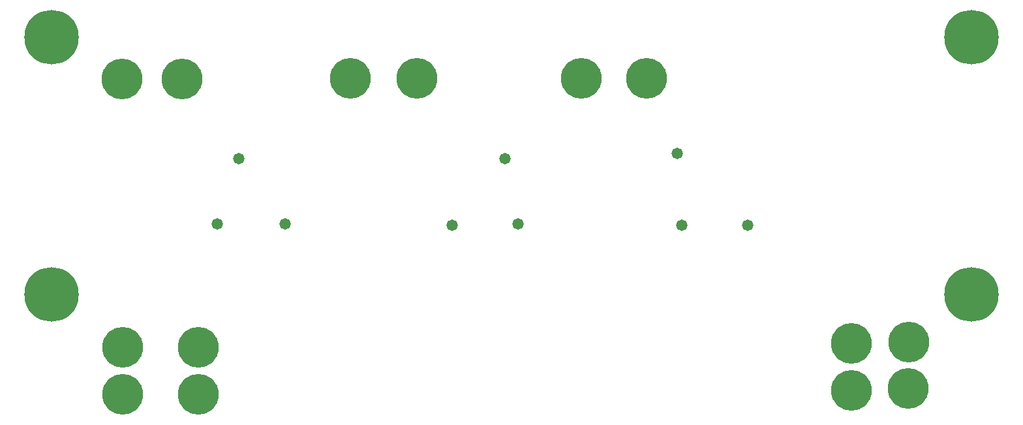
<source format=gbs>
G04*
G04 #@! TF.GenerationSoftware,Altium Limited,Altium Designer,18.1.6 (161)*
G04*
G04 Layer_Color=16711935*
%FSLAX24Y24*%
%MOIN*%
G70*
G01*
G75*
%ADD33C,0.2780*%
%ADD34C,0.2080*%
%ADD35C,0.0580*%
D33*
X6750Y21350D02*
D03*
X53750Y34500D02*
D03*
X6750D02*
D03*
X53750Y21350D02*
D03*
D34*
X33800Y32400D02*
D03*
X10362Y32350D02*
D03*
X13400D02*
D03*
X50550Y18925D02*
D03*
X50520Y16550D02*
D03*
X47600Y16450D02*
D03*
Y18850D02*
D03*
X14250Y18650D02*
D03*
X25400Y32400D02*
D03*
X37148D02*
D03*
X10370Y16250D02*
D03*
Y18650D02*
D03*
X22000Y32400D02*
D03*
X14250Y16250D02*
D03*
D35*
X16300Y28300D02*
D03*
X15203Y24950D02*
D03*
X29900Y28300D02*
D03*
X38950Y24900D02*
D03*
X38700Y28550D02*
D03*
X42303Y24900D02*
D03*
X27220D02*
D03*
X30572Y24960D02*
D03*
X18676Y24950D02*
D03*
M02*

</source>
